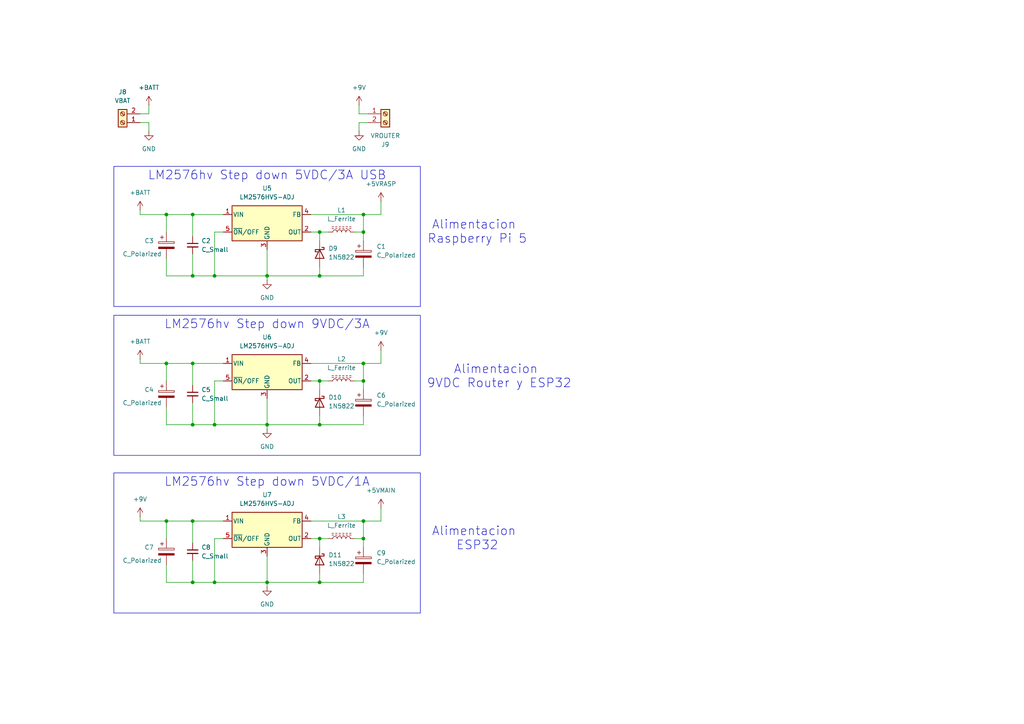
<source format=kicad_sch>
(kicad_sch (version 20250114) (generator "eeschema") (generator_version "9.0")
  (paper "A4")
  (title_block (title "Fuentes de alimentacion") (date "2025-12-06") (rev "1.0.0"))
  (lib_symbols
    (symbol "Connector:Screw_Terminal_01x02" (pin_names (offset 1.016) (hide yes))
      (property "Reference" "J" (at 0 2.54 0))
      (property "Value" "Screw_Terminal_01x02" (at 0 -5.08 0))
      (symbol "Screw_Terminal_01x02_1_1"
        (rectangle (start -1.27 1.27) (end 1.27 -3.81) (stroke (width 0.254)) (fill (type background)))
        (polyline (pts (xy -0.5334 0.3302) (xy 0.3302 -0.508)) (stroke (width 0.1524)))
        (polyline (pts (xy -0.5334 -2.2098) (xy 0.3302 -3.048)) (stroke (width 0.1524)))
        (polyline (pts (xy -0.3556 0.508) (xy 0.508 -0.3302)) (stroke (width 0.1524)))
        (polyline (pts (xy -0.3556 -2.032) (xy 0.508 -2.8702)) (stroke (width 0.1524)))
        (circle (center 0 0) (radius 0.635) (stroke (width 0.1524)))
        (circle (center 0 -2.54) (radius 0.635) (stroke (width 0.1524)))
        (pin passive line (at -5.08 0 0) (length 3.81) (name "Pin_1") (number "1"))
        (pin passive line (at -5.08 -2.54 0) (length 3.81) (name "Pin_2") (number "2"))
      )
    )
    (symbol "Device:C_Polarized" (pin_numbers (hide yes)) (pin_names (offset 0.254))
      (property "Reference" "C" (at 0.635 2.54 0))
      (property "Value" "C_Polarized" (at 0.635 -2.54 0))
      (symbol "C_Polarized_0_1"
        (rectangle (start -2.286 0.508) (end 2.286 1.016))
        (polyline (pts (xy -1.778 2.286) (xy -0.762 2.286)))
        (polyline (pts (xy -1.27 2.794) (xy -1.27 1.778)))
        (rectangle (start 2.286 -0.508) (end -2.286 -1.016) (fill (type outline)))
      )
      (symbol "C_Polarized_1_1"
        (pin passive line (at 0 3.81 270) (length 2.794) (name "~") (number "1"))
        (pin passive line (at 0 -3.81 90) (length 2.794) (name "~") (number "2"))
      )
    )
    (symbol "Device:C_Small" (pin_numbers (hide yes)) (pin_names (offset 0.254) (hide yes))
      (property "Reference" "C" (at 0.254 1.778 0))
      (property "Value" "C_Small" (at 0.254 -2.032 0))
      (symbol "C_Small_0_1"
        (polyline (pts (xy -1.524 0.508) (xy 1.524 0.508)) (stroke (width 0.3048)))
        (polyline (pts (xy -1.524 -0.508) (xy 1.524 -0.508)) (stroke (width 0.3302)))
      )
      (symbol "C_Small_1_1"
        (pin passive line (at 0 2.54 270) (length 2.032) (name "~") (number "1"))
        (pin passive line (at 0 -2.54 90) (length 2.032) (name "~") (number "2"))
      )
    )
    (symbol "Device:L_Ferrite" (pin_numbers (hide yes)) (pin_names (offset 1.016) (hide yes))
      (property "Reference" "L" (at -1.27 0 90))
      (property "Value" "L_Ferrite" (at 2.794 0 90))
      (symbol "L_Ferrite_0_1"
        (arc (start 0 2.54) (mid 0.6323 1.905) (end 0 1.27))
        (arc (start 0 1.27) (mid 0.6323 0.635) (end 0 0))
        (arc (start 0 0) (mid 0.6323 -0.635) (end 0 -1.27))
        (arc (start 0 -1.27) (mid 0.6323 -1.905) (end 0 -2.54))
        (polyline (pts (xy 1.016 2.286) (xy 1.016 2.794)))
        (polyline (pts (xy 1.016 1.27) (xy 1.016 1.778)))
        (polyline (pts (xy 1.016 0.254) (xy 1.016 0.762)))
        (polyline (pts (xy 1.016 -0.762) (xy 1.016 -0.254)))
        (polyline (pts (xy 1.016 -1.778) (xy 1.016 -1.27)))
        (polyline (pts (xy 1.016 -2.794) (xy 1.016 -2.286)))
        (polyline (pts (xy 1.524 2.794) (xy 1.524 2.286)))
        (polyline (pts (xy 1.524 1.778) (xy 1.524 1.27)))
        (polyline (pts (xy 1.524 0.762) (xy 1.524 0.254)))
        (polyline (pts (xy 1.524 -0.254) (xy 1.524 -0.762)))
        (polyline (pts (xy 1.524 -1.27) (xy 1.524 -1.778)))
        (polyline (pts (xy 1.524 -2.286) (xy 1.524 -2.794)))
      )
      (symbol "L_Ferrite_1_1"
        (pin passive line (at 0 3.81 270) (length 1.27) (name "1") (number "1"))
        (pin passive line (at 0 -3.81 90) (length 1.27) (name "2") (number "2"))
      )
    )
    (symbol "Diode:1N5822" (pin_numbers (hide yes)) (pin_names (offset 1.016) (hide yes))
      (property "Reference" "D" (at 0 2.54 0))
      (property "Value" "1N5822" (at 0 -2.54 0))
      (symbol "1N5822_0_1"
        (polyline (pts (xy -1.905 0.635) (xy -1.905 1.27) (xy -1.27 1.27) (xy -1.27 -1.27) (xy -0.635 -1.27) (xy -0.635 -0.635)) (stroke (width 0.254)))
        (polyline (pts (xy 1.27 1.27) (xy 1.27 -1.27) (xy -1.27 0) (xy 1.27 1.27)) (stroke (width 0.254)))
        (polyline (pts (xy 1.27 0) (xy -1.27 0)))
      )
      (symbol "1N5822_1_1"
        (pin passive line (at -3.81 0 0) (length 2.54) (name "K") (number "1"))
        (pin passive line (at 3.81 0 180) (length 2.54) (name "A") (number "2"))
      )
    )
    (symbol "Regulator_Switching:LM2576HVS-ADJ" (pin_names (offset 0.254))
      (property "Reference" "U" (at -10.16 6.35 0))
      (property "Value" "LM2576HVS-ADJ" (at 0 6.35 0))
      (symbol "LM2576HVS-ADJ_0_1"
        (rectangle (start -10.16 5.08) (end 10.16 -5.08) (stroke (width 0.254)) (fill (type background)))
      )
      (symbol "LM2576HVS-ADJ_1_1"
        (pin power_in line (at -12.7 2.54 0) (length 2.54) (name "VIN") (number "1"))
        (pin input line (at -12.7 -2.54 0) (length 2.54) (name "~{ON}/OFF") (number "5"))
        (pin power_in line (at 0 -7.62 90) (length 2.54) (name "GND") (number "3"))
        (pin input line (at 12.7 2.54 180) (length 2.54) (name "FB") (number "4"))
        (pin output line (at 12.7 -2.54 180) (length 2.54) (name "OUT") (number "2"))
      )
    )
    (symbol "power:+5V" (power) (pin_numbers (hide yes)) (pin_names (offset 0) (hide yes))
      (property "Value" "+5V" (at 0 3.556 0))
      (symbol "+5V_0_1"
        (polyline (pts (xy -0.762 1.27) (xy 0 2.54)))
        (polyline (pts (xy 0 2.54) (xy 0.762 1.27)))
        (polyline (pts (xy 0 0) (xy 0 2.54)))
      )
      (symbol "+5V_1_1"
        (pin power_in line (at 0 0 90) (length 0) (name "~") (number "1"))
      )
    )
    (symbol "power:+BATT" (power) (pin_numbers (hide yes)) (pin_names (offset 0) (hide yes))
      (property "Value" "+BATT" (at 0 3.556 0))
      (symbol "+BATT_0_1"
        (polyline (pts (xy -0.762 1.27) (xy 0 2.54)))
        (polyline (pts (xy 0 2.54) (xy 0.762 1.27)))
        (polyline (pts (xy 0 0) (xy 0 2.54)))
      )
      (symbol "+BATT_1_1"
        (pin power_in line (at 0 0 90) (length 0) (name "~") (number "1"))
      )
    )
    (symbol "power:GND" (power) (pin_numbers (hide yes)) (pin_names (offset 0) (hide yes))
      (property "Value" "GND" (at 0 -3.81 0))
      (symbol "GND_0_1"
        (polyline (pts (xy 0 0) (xy 0 -1.27) (xy 1.27 -1.27) (xy 0 -2.54) (xy -1.27 -1.27) (xy 0 -1.27)))
      )
      (symbol "GND_1_1"
        (pin power_in line (at 0 0 270) (length 0) (name "~") (number "1"))
      )
    )
  )
  (text "Alimentacion \nESP32" (at 138.43 156.21 0) (effects (font (size 2.54 2.54))))
  (text "Alimentacion \nRaspberry Pi 5" (at 138.43 67.31 0) (effects (font (size 2.54 2.54))))
  (text "Alimentacion \n9VDC Router y ESP32\n" (at 144.78 109.22 0) (effects (font (size 2.54 2.54))))
  (text_box "LM2576hv Step down 9VDC/3A\n" (at 33.02 91.44 0) (size 88.9 40.64) (margins 0.9525 0.9525 0.9525 0.9525) (effects (font (size 2.54 2.54)) (justify top)))
  (text_box "LM2576hv Step down 5VDC/1A\n" (at 33.02 137.16 0) (size 88.9 40.64) (margins 0.9525 0.9525 0.9525 0.9525) (effects (font (size 2.54 2.54)) (justify top)))
  (text_box "LM2576hv Step down 5VDC/3A USB\n" (at 33.02 48.26 0) (size 88.9 40.64) (margins 0.9525 0.9525 0.9525 0.9525) (effects (font (size 2.54 2.54)) (justify top)))
  (junction (at 55.88 80.01))
  (junction (at 77.47 168.91))
  (junction (at 55.88 151.13))
  (junction (at 92.71 168.91))
  (junction (at 92.71 110.49))
  (junction (at 55.88 62.23))
  (junction (at 92.71 123.19))
  (junction (at 55.88 105.41))
  (junction (at 105.41 110.49))
  (junction (at 62.23 123.19))
  (junction (at 92.71 156.21))
  (junction (at 48.26 62.23))
  (junction (at 55.88 123.19))
  (junction (at 105.41 62.23))
  (junction (at 55.88 168.91))
  (junction (at 77.47 80.01))
  (junction (at 105.41 151.13))
  (junction (at 77.47 123.19))
  (junction (at 62.23 168.91))
  (junction (at 105.41 105.41))
  (junction (at 48.26 151.13))
  (junction (at 62.23 80.01))
  (junction (at 105.41 67.31))
  (junction (at 92.71 80.01))
  (junction (at 105.41 156.21))
  (junction (at 48.26 105.41))
  (junction (at 92.71 67.31))
  (wire (pts (xy 55.88 68.58) (xy 55.88 62.23)))
  (wire (pts (xy 62.23 80.01) (xy 77.47 80.01)))
  (wire (pts (xy 104.14 33.02) (xy 106.68 33.02)))
  (wire (pts (xy 105.41 123.19) (xy 92.71 123.19)))
  (wire (pts (xy 110.49 147.32) (xy 110.49 151.13)))
  (wire (pts (xy 90.17 151.13) (xy 105.41 151.13)))
  (wire (pts (xy 77.47 80.01) (xy 77.47 81.28)))
  (wire (pts (xy 55.88 105.41) (xy 64.77 105.41)))
  (wire (pts (xy 105.41 151.13) (xy 105.41 156.21)))
  (wire (pts (xy 40.64 33.02) (xy 43.18 33.02)))
  (wire (pts (xy 55.88 151.13) (xy 64.77 151.13)))
  (wire (pts (xy 48.26 156.21) (xy 48.26 151.13)))
  (wire (pts (xy 77.47 168.91) (xy 77.47 170.18)))
  (wire (pts (xy 62.23 110.49) (xy 62.23 123.19)))
  (wire (pts (xy 105.41 156.21) (xy 102.87 156.21)))
  (wire (pts (xy 92.71 67.31) (xy 95.25 67.31)))
  (wire (pts (xy 48.26 151.13) (xy 55.88 151.13)))
  (wire (pts (xy 92.71 156.21) (xy 95.25 156.21)))
  (wire (pts (xy 105.41 120.65) (xy 105.41 123.19)))
  (wire (pts (xy 104.14 35.56) (xy 106.68 35.56)))
  (wire (pts (xy 40.64 60.96) (xy 40.64 62.23)))
  (wire (pts (xy 43.18 38.1) (xy 43.18 35.56)))
  (wire (pts (xy 48.26 110.49) (xy 48.26 105.41)))
  (wire (pts (xy 55.88 111.76) (xy 55.88 105.41)))
  (wire (pts (xy 40.64 151.13) (xy 48.26 151.13)))
  (wire (pts (xy 64.77 110.49) (xy 62.23 110.49)))
  (wire (pts (xy 105.41 151.13) (xy 110.49 151.13)))
  (wire (pts (xy 48.26 123.19) (xy 55.88 123.19)))
  (wire (pts (xy 92.71 156.21) (xy 92.71 158.75)))
  (wire (pts (xy 110.49 58.42) (xy 110.49 62.23)))
  (wire (pts (xy 92.71 110.49) (xy 95.25 110.49)))
  (wire (pts (xy 48.26 62.23) (xy 55.88 62.23)))
  (wire (pts (xy 105.41 105.41) (xy 110.49 105.41)))
  (wire (pts (xy 110.49 101.6) (xy 110.49 105.41)))
  (wire (pts (xy 105.41 110.49) (xy 102.87 110.49)))
  (wire (pts (xy 105.41 62.23) (xy 110.49 62.23)))
  (wire (pts (xy 55.88 116.84) (xy 55.88 123.19)))
  (wire (pts (xy 40.64 104.14) (xy 40.64 105.41)))
  (wire (pts (xy 90.17 110.49) (xy 92.71 110.49)))
  (wire (pts (xy 55.88 73.66) (xy 55.88 80.01)))
  (wire (pts (xy 62.23 168.91) (xy 77.47 168.91)))
  (wire (pts (xy 77.47 115.57) (xy 77.47 123.19)))
  (wire (pts (xy 64.77 156.21) (xy 62.23 156.21)))
  (wire (pts (xy 105.41 168.91) (xy 92.71 168.91)))
  (wire (pts (xy 43.18 33.02) (xy 43.18 30.48)))
  (wire (pts (xy 77.47 72.39) (xy 77.47 80.01)))
  (wire (pts (xy 77.47 161.29) (xy 77.47 168.91)))
  (wire (pts (xy 55.88 157.48) (xy 55.88 151.13)))
  (wire (pts (xy 90.17 62.23) (xy 105.41 62.23)))
  (wire (pts (xy 77.47 123.19) (xy 77.47 124.46)))
  (wire (pts (xy 105.41 156.21) (xy 105.41 158.75)))
  (wire (pts (xy 92.71 77.47) (xy 92.71 80.01)))
  (wire (pts (xy 43.18 35.56) (xy 40.64 35.56)))
  (wire (pts (xy 55.88 123.19) (xy 62.23 123.19)))
  (wire (pts (xy 62.23 67.31) (xy 62.23 80.01)))
  (wire (pts (xy 40.64 149.86) (xy 40.64 151.13)))
  (wire (pts (xy 92.71 80.01) (xy 77.47 80.01)))
  (wire (pts (xy 92.71 110.49) (xy 92.71 113.03)))
  (wire (pts (xy 90.17 67.31) (xy 92.71 67.31)))
  (wire (pts (xy 104.14 38.1) (xy 104.14 35.56)))
  (wire (pts (xy 90.17 105.41) (xy 105.41 105.41)))
  (wire (pts (xy 105.41 67.31) (xy 105.41 69.85)))
  (wire (pts (xy 92.71 67.31) (xy 92.71 69.85)))
  (wire (pts (xy 48.26 80.01) (xy 55.88 80.01)))
  (wire (pts (xy 48.26 74.93) (xy 48.26 80.01)))
  (wire (pts (xy 62.23 123.19) (xy 77.47 123.19)))
  (wire (pts (xy 55.88 168.91) (xy 62.23 168.91)))
  (wire (pts (xy 62.23 156.21) (xy 62.23 168.91)))
  (wire (pts (xy 48.26 105.41) (xy 55.88 105.41)))
  (wire (pts (xy 40.64 105.41) (xy 48.26 105.41)))
  (wire (pts (xy 92.71 120.65) (xy 92.71 123.19)))
  (wire (pts (xy 48.26 163.83) (xy 48.26 168.91)))
  (wire (pts (xy 48.26 67.31) (xy 48.26 62.23)))
  (wire (pts (xy 92.71 168.91) (xy 77.47 168.91)))
  (wire (pts (xy 105.41 110.49) (xy 105.41 113.03)))
  (wire (pts (xy 105.41 80.01) (xy 92.71 80.01)))
  (wire (pts (xy 64.77 67.31) (xy 62.23 67.31)))
  (wire (pts (xy 55.88 62.23) (xy 64.77 62.23)))
  (wire (pts (xy 105.41 166.37) (xy 105.41 168.91)))
  (wire (pts (xy 90.17 156.21) (xy 92.71 156.21)))
  (wire (pts (xy 48.26 118.11) (xy 48.26 123.19)))
  (wire (pts (xy 105.41 105.41) (xy 105.41 110.49)))
  (wire (pts (xy 104.14 30.48) (xy 104.14 33.02)))
  (wire (pts (xy 40.64 62.23) (xy 48.26 62.23)))
  (wire (pts (xy 105.41 67.31) (xy 102.87 67.31)))
  (wire (pts (xy 92.71 166.37) (xy 92.71 168.91)))
  (wire (pts (xy 105.41 77.47) (xy 105.41 80.01)))
  (wire (pts (xy 105.41 62.23) (xy 105.41 67.31)))
  (wire (pts (xy 55.88 80.01) (xy 62.23 80.01)))
  (wire (pts (xy 92.71 123.19) (xy 77.47 123.19)))
  (wire (pts (xy 55.88 162.56) (xy 55.88 168.91)))
  (wire (pts (xy 48.26 168.91) (xy 55.88 168.91)))
  (symbol (lib_id "Connector:Screw_Terminal_01x02") (at 35.56 35.56 180) (unit 1)
    (property "Reference" "J8" (at 35.56 26.67 0))
    (property "Value" "VBAT" (at 35.56 29.21 0))
    (property "Description" "Generic screw terminal, single row, 01x02, script generated (kicad-library-utils/schlib/autogen/connector/)" (effects (hide yes)))
  )
  (symbol (lib_id "Device:C_Polarized") (at 48.26 71.12 0) (unit 1)
    (property "Reference" "C3" (at 41.91 69.85 0) (effects (justify left)))
    (property "Value" "C_Polarized" (at 35.56 73.66 0) (effects (justify left)))
    (property "Description" "Polarized capacitor" (effects (hide yes)))
  )
  (symbol (lib_id "power:+BATT") (at 40.64 60.96 0) (unit 1)
    (property "Reference" "#PWR013" (effects (hide yes)))
    (property "Value" "+BATT" (at 40.64 55.88 0))
    (property "Description" "Power symbol creates a global label with name \"+BATT\"" (effects (hide yes)))
  )
  (symbol (lib_id "Connector:Screw_Terminal_01x02") (at 111.76 33.02 0) (unit 1)
    (property "Reference" "J9" (at 111.76 41.91 0))
    (property "Value" "VROUTER" (at 111.76 39.37 0))
    (property "Description" "Generic screw terminal, single row, 01x02, script generated (kicad-library-utils/schlib/autogen/connector/)" (effects (hide yes)))
  )
  (symbol (lib_id "power:+5V") (at 110.49 101.6 0) (unit 1)
    (property "Reference" "#PWR019" (effects (hide yes)))
    (property "Value" "+9V" (at 110.49 96.52 0))
    (property "Description" "Power symbol creates a global label with name \"+5V\"" (effects (hide yes)))
  )
  (symbol (lib_id "Device:C_Polarized") (at 105.41 162.56 0) (unit 1)
    (property "Reference" "C9" (at 109.22 160.4009 0) (effects (justify left)))
    (property "Value" "C_Polarized" (at 109.22 162.9409 0) (effects (justify left)))
    (property "Description" "Polarized capacitor" (effects (hide yes)))
  )
  (symbol (lib_id "Diode:1N5822") (at 92.71 162.56 270) (unit 1)
    (property "Reference" "D11" (at 95.25 160.9724 90) (effects (justify left)))
    (property "Value" "1N5822" (at 95.25 163.5124 90) (effects (justify left)))
    (property "Footprint" "Diode_THT:D_DO-201AD_P15.24mm_Horizontal" (effects (hide yes)))
    (property "Datasheet" "http://www.vishay.com/docs/88526/1n5820.pdf" (effects (hide yes)))
    (property "Description" "40V 3A Schottky Barrier Rectifier Diode, DO-201AD" (effects (hide yes)))
  )
  (symbol (lib_id "Diode:1N5822") (at 92.71 73.66 270) (unit 1)
    (property "Reference" "D9" (at 95.25 72.0724 90) (effects (justify left)))
    (property "Value" "1N5822" (at 95.25 74.6124 90) (effects (justify left)))
    (property "Footprint" "Diode_THT:D_DO-201AD_P15.24mm_Horizontal" (effects (hide yes)))
    (property "Datasheet" "http://www.vishay.com/docs/88526/1n5820.pdf" (effects (hide yes)))
    (property "Description" "40V 3A Schottky Barrier Rectifier Diode, DO-201AD" (effects (hide yes)))
  )
  (symbol (lib_id "Device:L_Ferrite") (at 99.06 67.31 90) (unit 1)
    (property "Reference" "L1" (at 99.06 60.96 90))
    (property "Value" "L_Ferrite" (at 99.06 63.5 90))
    (property "Description" "Inductor with ferrite core" (effects (hide yes)))
  )
  (symbol (lib_id "power:+5V") (at 104.14 30.48 0) (unit 1)
    (property "Reference" "#PWR025" (effects (hide yes)))
    (property "Value" "+9V" (at 104.14 25.4 0))
    (property "Description" "Power symbol creates a global label with name \"+5V\"" (effects (hide yes)))
  )
  (symbol (lib_id "Diode:1N5822") (at 92.71 116.84 270) (unit 1)
    (property "Reference" "D10" (at 95.25 115.2524 90) (effects (justify left)))
    (property "Value" "1N5822" (at 95.25 117.7924 90) (effects (justify left)))
    (property "Footprint" "Diode_THT:D_DO-201AD_P15.24mm_Horizontal" (effects (hide yes)))
    (property "Datasheet" "http://www.vishay.com/docs/88526/1n5820.pdf" (effects (hide yes)))
    (property "Description" "40V 3A Schottky Barrier Rectifier Diode, DO-201AD" (effects (hide yes)))
  )
  (symbol (lib_id "Device:L_Ferrite") (at 99.06 156.21 90) (unit 1)
    (property "Reference" "L3" (at 99.06 149.86 90))
    (property "Value" "L_Ferrite" (at 99.06 152.4 90))
    (property "Description" "Inductor with ferrite core" (effects (hide yes)))
  )
  (symbol (lib_id "power:GND") (at 104.14 38.1 0) (unit 1)
    (property "Reference" "#PWR024" (effects (hide yes)))
    (property "Value" "GND" (at 104.14 43.18 0))
    (property "Description" "Power symbol creates a global label with name \"GND\" , ground" (effects (hide yes)))
  )
  (symbol (lib_id "power:GND") (at 43.18 38.1 0) (unit 1)
    (property "Reference" "#PWR015" (effects (hide yes)))
    (property "Value" "GND" (at 43.18 43.18 0))
    (property "Description" "Power symbol creates a global label with name \"GND\" , ground" (effects (hide yes)))
  )
  (symbol (lib_id "Device:C_Small") (at 55.88 114.3 0) (unit 1)
    (property "Reference" "C5" (at 58.42 113.0362 0) (effects (justify left)))
    (property "Value" "C_Small" (at 58.42 115.5762 0) (effects (justify left)))
    (property "Description" "Unpolarized capacitor, small symbol" (effects (hide yes)))
  )
  (symbol (lib_id "power:+5V") (at 40.64 149.86 0) (unit 1)
    (property "Reference" "#PWR023" (effects (hide yes)))
    (property "Value" "+9V" (at 40.64 144.78 0))
    (property "Description" "Power symbol creates a global label with name \"+5V\"" (effects (hide yes)))
  )
  (symbol (lib_id "Regulator_Switching:LM2576HVS-ADJ") (at 77.47 153.67 0) (unit 1)
    (property "Reference" "U7" (at 77.47 143.51 0))
    (property "Value" "LM2576HVS-ADJ" (at 77.47 146.05 0))
    (property "Footprint" "Package_TO_SOT_SMD:TO-263-5_TabPin3" (effects (hide yes)))
    (property "Datasheet" "http://www.ti.com/lit/ds/symlink/lm2576.pdf" (effects (hide yes)))
    (property "Description" "Adjustable Output Voltage, 3A SIMPLE SWITCHER® Step-Down Voltage Regulator, High Voltage Input, TO-263" (effects (hide yes)))
  )
  (symbol (lib_id "Device:C_Polarized") (at 48.26 160.02 0) (unit 1)
    (property "Reference" "C7" (at 41.91 158.75 0) (effects (justify left)))
    (property "Value" "C_Polarized" (at 35.56 162.56 0) (effects (justify left)))
    (property "Description" "Polarized capacitor" (effects (hide yes)))
  )
  (symbol (lib_id "Device:L_Ferrite") (at 99.06 110.49 90) (unit 1)
    (property "Reference" "L2" (at 99.06 104.14 90))
    (property "Value" "L_Ferrite" (at 99.06 106.68 90))
    (property "Description" "Inductor with ferrite core" (effects (hide yes)))
  )
  (symbol (lib_id "Device:C_Polarized") (at 48.26 114.3 0) (unit 1)
    (property "Reference" "C4" (at 41.91 113.03 0) (effects (justify left)))
    (property "Value" "C_Polarized" (at 35.56 116.84 0) (effects (justify left)))
    (property "Description" "Polarized capacitor" (effects (hide yes)))
  )
  (symbol (lib_id "Device:C_Polarized") (at 105.41 116.84 0) (unit 1)
    (property "Reference" "C6" (at 109.22 114.6809 0) (effects (justify left)))
    (property "Value" "C_Polarized" (at 109.22 117.2209 0) (effects (justify left)))
    (property "Description" "Polarized capacitor" (effects (hide yes)))
  )
  (symbol (lib_id "Regulator_Switching:LM2576HVS-ADJ") (at 77.47 64.77 0) (unit 1)
    (property "Reference" "U5" (at 77.47 54.61 0))
    (property "Value" "LM2576HVS-ADJ" (at 77.47 57.15 0))
    (property "Footprint" "Package_TO_SOT_SMD:TO-263-5_TabPin3" (effects (hide yes)))
    (property "Datasheet" "http://www.ti.com/lit/ds/symlink/lm2576.pdf" (effects (hide yes)))
    (property "Description" "Adjustable Output Voltage, 3A SIMPLE SWITCHER® Step-Down Voltage Regulator, High Voltage Input, TO-263" (effects (hide yes)))
  )
  (symbol (lib_id "Device:C_Small") (at 55.88 71.12 0) (unit 1)
    (property "Reference" "C2" (at 58.42 69.8562 0) (effects (justify left)))
    (property "Value" "C_Small" (at 58.42 72.3962 0) (effects (justify left)))
    (property "Description" "Unpolarized capacitor, small symbol" (effects (hide yes)))
  )
  (symbol (lib_id "power:+5V") (at 110.49 147.32 0) (unit 1)
    (property "Reference" "#PWR022" (effects (hide yes)))
    (property "Value" "+5VMAIN" (at 110.49 142.24 0))
    (property "Description" "Power symbol creates a global label with name \"+5V\"" (effects (hide yes)))
  )
  (symbol (lib_id "power:GND") (at 77.47 81.28 0) (unit 1)
    (property "Reference" "#PWR012" (effects (hide yes)))
    (property "Value" "GND" (at 77.47 86.36 0))
    (property "Description" "Power symbol creates a global label with name \"GND\" , ground" (effects (hide yes)))
  )
  (symbol (lib_id "power:+BATT") (at 43.18 30.48 0) (unit 1)
    (property "Reference" "#PWR014" (effects (hide yes)))
    (property "Value" "+BATT" (at 43.18 25.4 0))
    (property "Description" "Power symbol creates a global label with name \"+BATT\"" (effects (hide yes)))
  )
  (symbol (lib_id "power:+5V") (at 110.49 58.42 0) (unit 1)
    (property "Reference" "#PWR016" (effects (hide yes)))
    (property "Value" "+5VRASP" (at 110.49 53.34 0))
    (property "Description" "Power symbol creates a global label with name \"+5V\"" (effects (hide yes)))
  )
  (symbol (lib_id "Device:C_Small") (at 55.88 160.02 0) (unit 1)
    (property "Reference" "C8" (at 58.42 158.7562 0) (effects (justify left)))
    (property "Value" "C_Small" (at 58.42 161.2962 0) (effects (justify left)))
    (property "Description" "Unpolarized capacitor, small symbol" (effects (hide yes)))
  )
  (symbol (lib_id "power:GND") (at 77.47 124.46 0) (unit 1)
    (property "Reference" "#PWR018" (effects (hide yes)))
    (property "Value" "GND" (at 77.47 129.54 0))
    (property "Description" "Power symbol creates a global label with name \"GND\" , ground" (effects (hide yes)))
  )
  (symbol (lib_id "Device:C_Polarized") (at 105.41 73.66 0) (unit 1)
    (property "Reference" "C1" (at 109.22 71.5009 0) (effects (justify left)))
    (property "Value" "C_Polarized" (at 109.22 74.0409 0) (effects (justify left)))
    (property "Description" "Polarized capacitor" (effects (hide yes)))
  )
  (symbol (lib_id "power:+BATT") (at 40.64 104.14 0) (unit 1)
    (property "Reference" "#PWR017" (effects (hide yes)))
    (property "Value" "+BATT" (at 40.64 99.06 0))
    (property "Description" "Power symbol creates a global label with name \"+BATT\"" (effects (hide yes)))
  )
  (symbol (lib_id "Regulator_Switching:LM2576HVS-ADJ") (at 77.47 107.95 0) (unit 1)
    (property "Reference" "U6" (at 77.47 97.79 0))
    (property "Value" "LM2576HVS-ADJ" (at 77.47 100.33 0))
    (property "Footprint" "Package_TO_SOT_SMD:TO-263-5_TabPin3" (effects (hide yes)))
    (property "Datasheet" "http://www.ti.com/lit/ds/symlink/lm2576.pdf" (effects (hide yes)))
    (property "Description" "Adjustable Output Voltage, 3A SIMPLE SWITCHER® Step-Down Voltage Regulator, High Voltage Input, TO-263" (effects (hide yes)))
  )
  (symbol (lib_id "power:GND") (at 77.47 170.18 0) (unit 1)
    (property "Reference" "#PWR021" (effects (hide yes)))
    (property "Value" "GND" (at 77.47 175.26 0))
    (property "Description" "Power symbol creates a global label with name \"GND\" , ground" (effects (hide yes)))
  )
)
</source>
